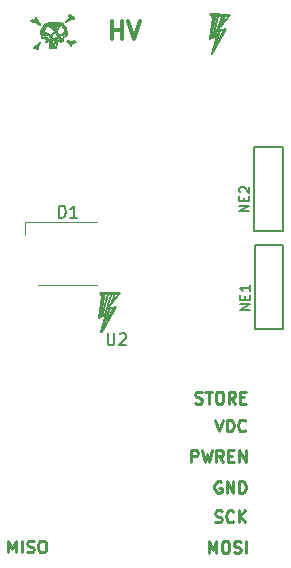
<source format=gto>
%TF.GenerationSoftware,KiCad,Pcbnew,4.0.7*%
%TF.CreationDate,2017-11-22T17:52:21+08:00*%
%TF.ProjectId,NixieTube_QS30,4E69786965547562655F515333302E6B,rev?*%
%TF.FileFunction,Legend,Top*%
%FSLAX46Y46*%
G04 Gerber Fmt 4.6, Leading zero omitted, Abs format (unit mm)*
G04 Created by KiCad (PCBNEW 4.0.7) date 11/22/17 17:52:21*
%MOMM*%
%LPD*%
G01*
G04 APERTURE LIST*
%ADD10C,0.100000*%
%ADD11C,0.300000*%
%ADD12C,0.250000*%
%ADD13C,0.153000*%
%ADD14C,0.150000*%
%ADD15C,0.120000*%
G04 APERTURE END LIST*
D10*
D11*
X21878572Y-2728571D02*
X21878572Y-1228571D01*
X21878572Y-1942857D02*
X22735715Y-1942857D01*
X22735715Y-2728571D02*
X22735715Y-1228571D01*
X23235715Y-1228571D02*
X23735715Y-2728571D01*
X24235715Y-1228571D01*
D12*
X13128572Y-46202381D02*
X13128572Y-45202381D01*
X13461906Y-45916667D01*
X13795239Y-45202381D01*
X13795239Y-46202381D01*
X14271429Y-46202381D02*
X14271429Y-45202381D01*
X14700000Y-46154762D02*
X14842857Y-46202381D01*
X15080953Y-46202381D01*
X15176191Y-46154762D01*
X15223810Y-46107143D01*
X15271429Y-46011905D01*
X15271429Y-45916667D01*
X15223810Y-45821429D01*
X15176191Y-45773810D01*
X15080953Y-45726190D01*
X14890476Y-45678571D01*
X14795238Y-45630952D01*
X14747619Y-45583333D01*
X14700000Y-45488095D01*
X14700000Y-45392857D01*
X14747619Y-45297619D01*
X14795238Y-45250000D01*
X14890476Y-45202381D01*
X15128572Y-45202381D01*
X15271429Y-45250000D01*
X15890476Y-45202381D02*
X16080953Y-45202381D01*
X16176191Y-45250000D01*
X16271429Y-45345238D01*
X16319048Y-45535714D01*
X16319048Y-45869048D01*
X16271429Y-46059524D01*
X16176191Y-46154762D01*
X16080953Y-46202381D01*
X15890476Y-46202381D01*
X15795238Y-46154762D01*
X15700000Y-46059524D01*
X15652381Y-45869048D01*
X15652381Y-45535714D01*
X15700000Y-45345238D01*
X15795238Y-45250000D01*
X15890476Y-45202381D01*
X30078572Y-46252381D02*
X30078572Y-45252381D01*
X30411906Y-45966667D01*
X30745239Y-45252381D01*
X30745239Y-46252381D01*
X31411905Y-45252381D02*
X31602382Y-45252381D01*
X31697620Y-45300000D01*
X31792858Y-45395238D01*
X31840477Y-45585714D01*
X31840477Y-45919048D01*
X31792858Y-46109524D01*
X31697620Y-46204762D01*
X31602382Y-46252381D01*
X31411905Y-46252381D01*
X31316667Y-46204762D01*
X31221429Y-46109524D01*
X31173810Y-45919048D01*
X31173810Y-45585714D01*
X31221429Y-45395238D01*
X31316667Y-45300000D01*
X31411905Y-45252381D01*
X32221429Y-46204762D02*
X32364286Y-46252381D01*
X32602382Y-46252381D01*
X32697620Y-46204762D01*
X32745239Y-46157143D01*
X32792858Y-46061905D01*
X32792858Y-45966667D01*
X32745239Y-45871429D01*
X32697620Y-45823810D01*
X32602382Y-45776190D01*
X32411905Y-45728571D01*
X32316667Y-45680952D01*
X32269048Y-45633333D01*
X32221429Y-45538095D01*
X32221429Y-45442857D01*
X32269048Y-45347619D01*
X32316667Y-45300000D01*
X32411905Y-45252381D01*
X32650001Y-45252381D01*
X32792858Y-45300000D01*
X33221429Y-46252381D02*
X33221429Y-45252381D01*
X30614286Y-43604762D02*
X30757143Y-43652381D01*
X30995239Y-43652381D01*
X31090477Y-43604762D01*
X31138096Y-43557143D01*
X31185715Y-43461905D01*
X31185715Y-43366667D01*
X31138096Y-43271429D01*
X31090477Y-43223810D01*
X30995239Y-43176190D01*
X30804762Y-43128571D01*
X30709524Y-43080952D01*
X30661905Y-43033333D01*
X30614286Y-42938095D01*
X30614286Y-42842857D01*
X30661905Y-42747619D01*
X30709524Y-42700000D01*
X30804762Y-42652381D01*
X31042858Y-42652381D01*
X31185715Y-42700000D01*
X32185715Y-43557143D02*
X32138096Y-43604762D01*
X31995239Y-43652381D01*
X31900001Y-43652381D01*
X31757143Y-43604762D01*
X31661905Y-43509524D01*
X31614286Y-43414286D01*
X31566667Y-43223810D01*
X31566667Y-43080952D01*
X31614286Y-42890476D01*
X31661905Y-42795238D01*
X31757143Y-42700000D01*
X31900001Y-42652381D01*
X31995239Y-42652381D01*
X32138096Y-42700000D01*
X32185715Y-42747619D01*
X32614286Y-43652381D02*
X32614286Y-42652381D01*
X33185715Y-43652381D02*
X32757143Y-43080952D01*
X33185715Y-42652381D02*
X32614286Y-43223810D01*
X31138096Y-40200000D02*
X31042858Y-40152381D01*
X30900001Y-40152381D01*
X30757143Y-40200000D01*
X30661905Y-40295238D01*
X30614286Y-40390476D01*
X30566667Y-40580952D01*
X30566667Y-40723810D01*
X30614286Y-40914286D01*
X30661905Y-41009524D01*
X30757143Y-41104762D01*
X30900001Y-41152381D01*
X30995239Y-41152381D01*
X31138096Y-41104762D01*
X31185715Y-41057143D01*
X31185715Y-40723810D01*
X30995239Y-40723810D01*
X31614286Y-41152381D02*
X31614286Y-40152381D01*
X32185715Y-41152381D01*
X32185715Y-40152381D01*
X32661905Y-41152381D02*
X32661905Y-40152381D01*
X32900000Y-40152381D01*
X33042858Y-40200000D01*
X33138096Y-40295238D01*
X33185715Y-40390476D01*
X33233334Y-40580952D01*
X33233334Y-40723810D01*
X33185715Y-40914286D01*
X33138096Y-41009524D01*
X33042858Y-41104762D01*
X32900000Y-41152381D01*
X32661905Y-41152381D01*
X28590476Y-38552381D02*
X28590476Y-37552381D01*
X28971429Y-37552381D01*
X29066667Y-37600000D01*
X29114286Y-37647619D01*
X29161905Y-37742857D01*
X29161905Y-37885714D01*
X29114286Y-37980952D01*
X29066667Y-38028571D01*
X28971429Y-38076190D01*
X28590476Y-38076190D01*
X29495238Y-37552381D02*
X29733333Y-38552381D01*
X29923810Y-37838095D01*
X30114286Y-38552381D01*
X30352381Y-37552381D01*
X31304762Y-38552381D02*
X30971428Y-38076190D01*
X30733333Y-38552381D02*
X30733333Y-37552381D01*
X31114286Y-37552381D01*
X31209524Y-37600000D01*
X31257143Y-37647619D01*
X31304762Y-37742857D01*
X31304762Y-37885714D01*
X31257143Y-37980952D01*
X31209524Y-38028571D01*
X31114286Y-38076190D01*
X30733333Y-38076190D01*
X31733333Y-38028571D02*
X32066667Y-38028571D01*
X32209524Y-38552381D02*
X31733333Y-38552381D01*
X31733333Y-37552381D01*
X32209524Y-37552381D01*
X32638095Y-38552381D02*
X32638095Y-37552381D01*
X33209524Y-38552381D01*
X33209524Y-37552381D01*
X30616667Y-34952381D02*
X30950000Y-35952381D01*
X31283334Y-34952381D01*
X31616667Y-35952381D02*
X31616667Y-34952381D01*
X31854762Y-34952381D01*
X31997620Y-35000000D01*
X32092858Y-35095238D01*
X32140477Y-35190476D01*
X32188096Y-35380952D01*
X32188096Y-35523810D01*
X32140477Y-35714286D01*
X32092858Y-35809524D01*
X31997620Y-35904762D01*
X31854762Y-35952381D01*
X31616667Y-35952381D01*
X33188096Y-35857143D02*
X33140477Y-35904762D01*
X32997620Y-35952381D01*
X32902382Y-35952381D01*
X32759524Y-35904762D01*
X32664286Y-35809524D01*
X32616667Y-35714286D01*
X32569048Y-35523810D01*
X32569048Y-35380952D01*
X32616667Y-35190476D01*
X32664286Y-35095238D01*
X32759524Y-35000000D01*
X32902382Y-34952381D01*
X32997620Y-34952381D01*
X33140477Y-35000000D01*
X33188096Y-35047619D01*
X28957143Y-33554762D02*
X29100000Y-33602381D01*
X29338096Y-33602381D01*
X29433334Y-33554762D01*
X29480953Y-33507143D01*
X29528572Y-33411905D01*
X29528572Y-33316667D01*
X29480953Y-33221429D01*
X29433334Y-33173810D01*
X29338096Y-33126190D01*
X29147619Y-33078571D01*
X29052381Y-33030952D01*
X29004762Y-32983333D01*
X28957143Y-32888095D01*
X28957143Y-32792857D01*
X29004762Y-32697619D01*
X29052381Y-32650000D01*
X29147619Y-32602381D01*
X29385715Y-32602381D01*
X29528572Y-32650000D01*
X29814286Y-32602381D02*
X30385715Y-32602381D01*
X30100000Y-33602381D02*
X30100000Y-32602381D01*
X30909524Y-32602381D02*
X31100001Y-32602381D01*
X31195239Y-32650000D01*
X31290477Y-32745238D01*
X31338096Y-32935714D01*
X31338096Y-33269048D01*
X31290477Y-33459524D01*
X31195239Y-33554762D01*
X31100001Y-33602381D01*
X30909524Y-33602381D01*
X30814286Y-33554762D01*
X30719048Y-33459524D01*
X30671429Y-33269048D01*
X30671429Y-32935714D01*
X30719048Y-32745238D01*
X30814286Y-32650000D01*
X30909524Y-32602381D01*
X32338096Y-33602381D02*
X32004762Y-33126190D01*
X31766667Y-33602381D02*
X31766667Y-32602381D01*
X32147620Y-32602381D01*
X32242858Y-32650000D01*
X32290477Y-32697619D01*
X32338096Y-32792857D01*
X32338096Y-32935714D01*
X32290477Y-33030952D01*
X32242858Y-33078571D01*
X32147620Y-33126190D01*
X31766667Y-33126190D01*
X32766667Y-33078571D02*
X33100001Y-33078571D01*
X33242858Y-33602381D02*
X32766667Y-33602381D01*
X32766667Y-32602381D01*
X33242858Y-32602381D01*
D13*
X21540000Y-24320000D02*
X21080000Y-26170000D01*
X21210000Y-24360000D02*
X21120000Y-24760000D01*
X22224000Y-25419000D02*
X21010000Y-27540000D01*
X21150000Y-27160000D02*
X21510000Y-26040000D01*
X21820000Y-24390000D02*
X21290000Y-26070000D01*
X22030000Y-25490000D02*
X21590000Y-26460000D01*
X21638000Y-25870500D02*
X21254000Y-26931200D01*
X20984000Y-27539200D02*
X21421000Y-26056900D01*
X21160000Y-24480000D02*
X21090000Y-24280000D01*
X21290000Y-24240000D02*
X21246000Y-24584200D01*
X20842000Y-24202400D02*
X22578000Y-24261500D01*
X21421000Y-26056900D02*
X20836000Y-26322600D01*
X20945000Y-26137700D02*
X21638000Y-25870500D01*
X22150000Y-24350000D02*
X21810000Y-25140000D01*
X22320000Y-24300000D02*
X22480000Y-24290000D01*
X22578000Y-24261500D02*
X21468000Y-25602100D01*
X20836000Y-26322600D02*
X21090000Y-24480000D01*
X21468000Y-25602100D02*
X22224000Y-25419000D01*
X21120000Y-24700000D02*
X20960000Y-25830000D01*
X21370000Y-24360000D02*
X22320000Y-24300000D01*
X21170000Y-24320000D02*
X21160000Y-24480000D01*
X21001000Y-24277600D02*
X21254000Y-24408800D01*
X21720000Y-25560000D02*
X21520000Y-25990000D01*
X20920000Y-26220000D02*
X21530000Y-25960000D01*
X21246000Y-24584200D02*
X20945000Y-26137700D01*
X21090000Y-24480000D02*
X20842000Y-24202400D01*
X18450000Y-3150000D02*
X18870000Y-3010000D01*
X15530000Y-3550000D02*
X15630000Y-3580000D01*
X17400000Y-2550000D02*
X17190000Y-2230000D01*
X16140000Y-2170000D02*
X16390000Y-2330000D01*
X17220000Y-2270000D02*
X17300000Y-2670000D01*
X16640000Y-2860000D02*
X16500000Y-2710000D01*
X16690000Y-2920000D02*
X16510000Y-2910000D01*
X17320000Y-2300000D02*
X17140000Y-2150000D01*
X16690000Y-2970000D02*
X16800000Y-2860000D01*
X15350000Y-1300000D02*
X15560000Y-1120000D01*
X15130000Y-1110000D02*
X15320000Y-1210000D01*
X15650000Y-3390000D02*
X15760000Y-3180000D01*
X16110000Y-1640000D02*
X15910000Y-2080000D01*
X16640000Y-2510000D02*
X16450000Y-2340000D01*
X17240000Y-2750000D02*
X16840000Y-2740000D01*
X16380000Y-2410000D02*
X15990000Y-2120000D01*
X16150000Y-2550000D02*
X16440000Y-2610000D01*
X18050000Y-2880000D02*
X18350000Y-3150000D01*
X15600000Y-1290000D02*
X15530000Y-1280000D01*
X16840000Y-2360000D02*
X16190000Y-2300000D01*
X15990000Y-2680000D02*
X16530000Y-2770000D01*
X17140000Y-3460000D02*
X17330000Y-2840000D01*
X16330000Y-3020000D02*
X16580000Y-2920000D01*
X18100000Y-2880000D02*
X18530000Y-2990000D01*
X17810000Y-2310000D02*
X17930000Y-2260000D01*
X15580000Y-3310000D02*
X15300000Y-3370000D01*
X16770000Y-2510000D02*
X16590000Y-2430000D01*
X17070000Y-2860000D02*
X16990000Y-3420000D01*
X17740000Y-2880000D02*
X17650000Y-2650000D01*
X15990000Y-2060000D02*
X16160000Y-2370000D01*
X15510000Y-3430000D02*
X15530000Y-3550000D01*
X16110000Y-2070000D02*
X16270000Y-1700000D01*
X17430000Y-2860000D02*
X17590000Y-2990000D01*
X16920000Y-2320000D02*
X16720000Y-2740000D01*
X18450000Y-3040000D02*
X18090000Y-2880000D01*
X18350000Y-3150000D02*
X18400000Y-3350000D01*
X16620000Y-2580000D02*
X16890000Y-2700000D01*
X16820000Y-2820000D02*
X16740000Y-2830000D01*
X17490000Y-2560000D02*
X17160000Y-2040000D01*
X15920000Y-2060000D02*
X15980000Y-2690000D01*
X15820000Y-1530000D02*
X15350000Y-1300000D01*
X15560000Y-1120000D02*
X15840000Y-1500000D01*
X15630000Y-3580000D02*
X15650000Y-3390000D01*
X15280000Y-3490000D02*
X15510000Y-3430000D01*
X17550000Y-2980000D02*
X17720000Y-2860000D01*
X17780000Y-2410000D02*
X17250000Y-2370000D01*
X15900000Y-3030000D02*
X15580000Y-3310000D01*
X16730000Y-1600000D02*
X16260000Y-1650000D01*
X15300000Y-3370000D02*
X15280000Y-3490000D01*
X15990000Y-2120000D02*
X16260000Y-1660000D01*
X16990000Y-3420000D02*
X17070000Y-2860000D01*
X16160000Y-2090000D02*
X16250000Y-2380000D01*
X15320000Y-1210000D02*
X15530000Y-950000D01*
X16720000Y-3460000D02*
X16950000Y-3470000D01*
X17540000Y-2770000D02*
X17420000Y-2860000D01*
X15460000Y-1090000D02*
X15480000Y-900000D01*
X17380000Y-2910000D02*
X17660000Y-2730000D01*
X16950000Y-3470000D02*
X17150000Y-3420000D01*
X16120000Y-1630000D02*
X16430000Y-1400000D01*
X16260000Y-1660000D02*
X16540000Y-1470000D01*
X16440000Y-2790000D02*
X16290000Y-2930000D01*
X16860000Y-2900000D02*
X16820000Y-3410000D01*
X16830000Y-2770000D02*
X17420000Y-2630000D01*
X16920000Y-2850000D02*
X17210000Y-2870000D01*
X18400000Y-3350000D02*
X18540000Y-3240000D01*
X17280000Y-1770000D02*
X16740000Y-1600000D01*
X16830000Y-1700000D02*
X17070000Y-1830000D01*
X18100000Y-2410000D02*
X17760000Y-2630000D01*
X17960000Y-2190000D02*
X17940000Y-2290000D01*
X17080000Y-1850000D02*
X17230000Y-1650000D01*
X18040000Y-1280000D02*
X18330000Y-950000D01*
X18400000Y-930000D02*
X18720000Y-900000D01*
X18330000Y-950000D02*
X18280000Y-740000D01*
X18400000Y-1060000D02*
X18170000Y-1210000D01*
X18040000Y-1790000D02*
X17650000Y-1380000D01*
X17520000Y-1510000D02*
X16570000Y-1530000D01*
X16950000Y-2000000D02*
X17040000Y-2110000D01*
X17040000Y-2110000D02*
X16900000Y-2290000D01*
X17500000Y-1470000D02*
X17180000Y-1640000D01*
X18100000Y-2380000D02*
X18040000Y-1810000D01*
X18280000Y-740000D02*
X18440000Y-730000D01*
X16490000Y-1520000D02*
X16950000Y-2000000D01*
X17500000Y-2500000D02*
X17900000Y-2140000D01*
X17610000Y-1370000D02*
X16440000Y-1400000D01*
X16740000Y-1600000D02*
X16660000Y-1710000D01*
X16570000Y-1530000D02*
X16660000Y-1660000D01*
X16810000Y-1590000D02*
X17280000Y-1770000D01*
X16540000Y-1470000D02*
X17600000Y-1480000D01*
X18440000Y-730000D02*
X18400000Y-930000D01*
X17120000Y-2070000D02*
X17610000Y-1530000D01*
X18680000Y-1060000D02*
X18400000Y-1060000D01*
X17410000Y-1710000D02*
X17520000Y-1640000D01*
X17980000Y-1900000D02*
X18020000Y-2410000D01*
X17600000Y-1480000D02*
X17980000Y-1900000D01*
X18720000Y-900000D02*
X18680000Y-1060000D01*
X17740000Y-1680000D02*
X17980000Y-2020000D01*
X18870000Y-3010000D02*
X18670000Y-2930000D01*
X18670000Y-2930000D02*
X18450000Y-3040000D01*
X18540000Y-3240000D02*
X18450000Y-3150000D01*
X15020000Y-1210000D02*
X15130000Y-1110000D01*
X15330000Y-1290000D02*
X15020000Y-1210000D01*
X16650000Y-2990000D02*
X16660000Y-3470000D01*
X30890000Y-770000D02*
X30430000Y-2620000D01*
X30560000Y-810000D02*
X30470000Y-1210000D01*
X31574000Y-1869000D02*
X30360000Y-3990000D01*
X30500000Y-3610000D02*
X30860000Y-2490000D01*
X31170000Y-840000D02*
X30640000Y-2520000D01*
X31380000Y-1940000D02*
X30940000Y-2910000D01*
X30988000Y-2320500D02*
X30604000Y-3381200D01*
X30334000Y-3989200D02*
X30771000Y-2506900D01*
X30510000Y-930000D02*
X30440000Y-730000D01*
X30640000Y-690000D02*
X30596000Y-1034200D01*
X30192000Y-652400D02*
X31928000Y-711500D01*
X30771000Y-2506900D02*
X30186000Y-2772600D01*
X30295000Y-2587700D02*
X30988000Y-2320500D01*
X31500000Y-800000D02*
X31160000Y-1590000D01*
X31670000Y-750000D02*
X31830000Y-740000D01*
X31928000Y-711500D02*
X30818000Y-2052100D01*
X30186000Y-2772600D02*
X30440000Y-930000D01*
X30818000Y-2052100D02*
X31574000Y-1869000D01*
X30470000Y-1150000D02*
X30310000Y-2280000D01*
X30720000Y-810000D02*
X31670000Y-750000D01*
X30520000Y-770000D02*
X30510000Y-930000D01*
X30351000Y-727600D02*
X30604000Y-858800D01*
X31070000Y-2010000D02*
X30870000Y-2440000D01*
X30270000Y-2670000D02*
X30880000Y-2410000D01*
X30596000Y-1034200D02*
X30295000Y-2587700D01*
X30440000Y-930000D02*
X30192000Y-652400D01*
D14*
X36350000Y-18950000D02*
X36350000Y-11850000D01*
X33950000Y-18950000D02*
X36350000Y-18950000D01*
X33950000Y-11850000D02*
X33950000Y-18950000D01*
X36350000Y-11850000D02*
X33950000Y-11850000D01*
X36400000Y-27300000D02*
X36400000Y-20200000D01*
X34000000Y-27300000D02*
X36400000Y-27300000D01*
X34000000Y-20200000D02*
X34000000Y-27300000D01*
X36400000Y-20200000D02*
X34000000Y-20200000D01*
D15*
X14550000Y-18200000D02*
X20650000Y-18200000D01*
X14550000Y-19300000D02*
X14550000Y-18200000D01*
X20650000Y-23600000D02*
X15650000Y-23600000D01*
D13*
X33534524Y-17332143D02*
X32684524Y-17332143D01*
X33534524Y-16846429D01*
X32684524Y-16846429D01*
X33089286Y-16441667D02*
X33089286Y-16158334D01*
X33534524Y-16036905D02*
X33534524Y-16441667D01*
X32684524Y-16441667D01*
X32684524Y-16036905D01*
X32765476Y-15713095D02*
X32725000Y-15672619D01*
X32684524Y-15591667D01*
X32684524Y-15389286D01*
X32725000Y-15308333D01*
X32765476Y-15267857D01*
X32846429Y-15227381D01*
X32927381Y-15227381D01*
X33048810Y-15267857D01*
X33534524Y-15753571D01*
X33534524Y-15227381D01*
X33584524Y-25682143D02*
X32734524Y-25682143D01*
X33584524Y-25196429D01*
X32734524Y-25196429D01*
X33139286Y-24791667D02*
X33139286Y-24508334D01*
X33584524Y-24386905D02*
X33584524Y-24791667D01*
X32734524Y-24791667D01*
X32734524Y-24386905D01*
X33584524Y-23577381D02*
X33584524Y-24063095D01*
X33584524Y-23820238D02*
X32734524Y-23820238D01*
X32855952Y-23901190D01*
X32936905Y-23982143D01*
X32977381Y-24063095D01*
D14*
X17411905Y-17852381D02*
X17411905Y-16852381D01*
X17650000Y-16852381D01*
X17792858Y-16900000D01*
X17888096Y-16995238D01*
X17935715Y-17090476D01*
X17983334Y-17280952D01*
X17983334Y-17423810D01*
X17935715Y-17614286D01*
X17888096Y-17709524D01*
X17792858Y-17804762D01*
X17650000Y-17852381D01*
X17411905Y-17852381D01*
X18935715Y-17852381D02*
X18364286Y-17852381D01*
X18650000Y-17852381D02*
X18650000Y-16852381D01*
X18554762Y-16995238D01*
X18459524Y-17090476D01*
X18364286Y-17138095D01*
X21538095Y-27652381D02*
X21538095Y-28461905D01*
X21585714Y-28557143D01*
X21633333Y-28604762D01*
X21728571Y-28652381D01*
X21919048Y-28652381D01*
X22014286Y-28604762D01*
X22061905Y-28557143D01*
X22109524Y-28461905D01*
X22109524Y-27652381D01*
X22538095Y-27747619D02*
X22585714Y-27700000D01*
X22680952Y-27652381D01*
X22919048Y-27652381D01*
X23014286Y-27700000D01*
X23061905Y-27747619D01*
X23109524Y-27842857D01*
X23109524Y-27938095D01*
X23061905Y-28080952D01*
X22490476Y-28652381D01*
X23109524Y-28652381D01*
M02*

</source>
